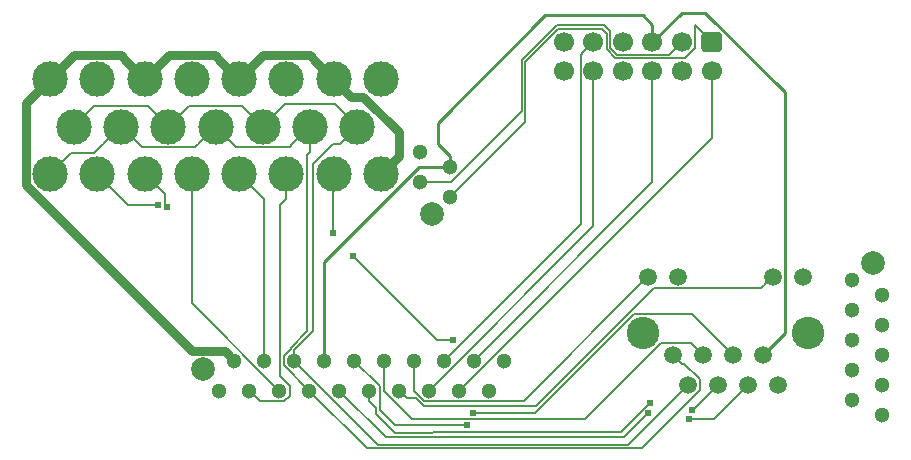
<source format=gtl>
G04 #@! TF.GenerationSoftware,KiCad,Pcbnew,5.0.2-bee76a0~70~ubuntu18.04.1*
G04 #@! TF.CreationDate,2019-05-02T23:38:40-04:00*
G04 #@! TF.ProjectId,DR_InterfaceBoard,44525f49-6e74-4657-9266-616365426f61,rev?*
G04 #@! TF.SameCoordinates,Original*
G04 #@! TF.FileFunction,Copper,L1,Top*
G04 #@! TF.FilePolarity,Positive*
%FSLAX46Y46*%
G04 Gerber Fmt 4.6, Leading zero omitted, Abs format (unit mm)*
G04 Created by KiCad (PCBNEW 5.0.2-bee76a0~70~ubuntu18.04.1) date Thu 02 May 2019 11:38:40 PM EDT*
%MOMM*%
%LPD*%
G01*
G04 APERTURE LIST*
G04 #@! TA.AperFunction,ComponentPad*
%ADD10C,3.000000*%
G04 #@! TD*
G04 #@! TA.AperFunction,ComponentPad*
%ADD11C,2.000000*%
G04 #@! TD*
G04 #@! TA.AperFunction,ComponentPad*
%ADD12C,1.300000*%
G04 #@! TD*
G04 #@! TA.AperFunction,ComponentPad*
%ADD13C,1.500000*%
G04 #@! TD*
G04 #@! TA.AperFunction,ComponentPad*
%ADD14C,2.750000*%
G04 #@! TD*
G04 #@! TA.AperFunction,Conductor*
%ADD15C,0.100000*%
G04 #@! TD*
G04 #@! TA.AperFunction,ComponentPad*
%ADD16C,1.700000*%
G04 #@! TD*
G04 #@! TA.AperFunction,ViaPad*
%ADD17C,0.609600*%
G04 #@! TD*
G04 #@! TA.AperFunction,Conductor*
%ADD18C,0.254000*%
G04 #@! TD*
G04 #@! TA.AperFunction,Conductor*
%ADD19C,0.152400*%
G04 #@! TD*
G04 #@! TA.AperFunction,Conductor*
%ADD20C,0.762000*%
G04 #@! TD*
G04 APERTURE END LIST*
D10*
G04 #@! TO.P,J4,23*
G04 #@! TO.N,/CANL*
X49066000Y-53157000D03*
G04 #@! TO.P,J4,17*
G04 #@! TO.N,/RTD_LSD*
X73066000Y-53157000D03*
G04 #@! TO.P,J4,18*
G04 #@! TO.N,/STR_POT+*
X69066000Y-53157000D03*
G04 #@! TO.P,J4,19*
G04 #@! TO.N,/STR_POT_SENSE*
X65066000Y-53157000D03*
G04 #@! TO.P,J4,20*
G04 #@! TO.N,/STR_POT-*
X61066000Y-53157000D03*
G04 #@! TO.P,J4,21*
G04 #@! TO.N,/SCL*
X57066000Y-53157000D03*
G04 #@! TO.P,J4,22*
G04 #@! TO.N,/SDA*
X53066000Y-53157000D03*
G04 #@! TO.P,J4,10*
G04 #@! TO.N,/CANL*
X71066000Y-49157000D03*
G04 #@! TO.P,J4,11*
G04 #@! TO.N,/CANH*
X67066000Y-49157000D03*
G04 #@! TO.P,J4,13*
X59066000Y-49157000D03*
G04 #@! TO.P,J4,12*
G04 #@! TO.N,/CANL*
X63066000Y-49157000D03*
G04 #@! TO.P,J4,14*
X55066000Y-49157000D03*
G04 #@! TO.P,J4,15*
G04 #@! TO.N,/CANH*
X51066000Y-49157000D03*
G04 #@! TO.P,J4,8*
G04 #@! TO.N,+12V*
X49066000Y-45157000D03*
G04 #@! TO.P,J4,7*
G04 #@! TO.N,GND*
X53066000Y-45157000D03*
G04 #@! TO.P,J4,6*
G04 #@! TO.N,+12V*
X57066000Y-45157000D03*
G04 #@! TO.P,J4,4*
X65066000Y-45157000D03*
G04 #@! TO.P,J4,5*
G04 #@! TO.N,GND*
X61066000Y-45157000D03*
G04 #@! TO.P,J4,3*
X69066000Y-45157000D03*
G04 #@! TO.P,J4,2*
G04 #@! TO.N,+12V*
X73066000Y-45157000D03*
G04 #@! TO.P,J4,16*
X77066000Y-53157000D03*
G04 #@! TO.P,J4,9*
G04 #@! TO.N,/CANH*
X75066000Y-49157000D03*
G04 #@! TO.P,J4,1*
G04 #@! TO.N,GND*
X77066000Y-45157000D03*
G04 #@! TD*
D11*
G04 #@! TO.P,J1,11*
G04 #@! TO.N,N/C*
X118767000Y-60703000D03*
D12*
G04 #@! TO.P,J1,10*
G04 #@! TO.N,Net-(J1-Pad10)*
X119507000Y-73533000D03*
G04 #@! TO.P,J1,9*
G04 #@! TO.N,Net-(J1-Pad9)*
X116967000Y-72263000D03*
G04 #@! TO.P,J1,8*
G04 #@! TO.N,Net-(J1-Pad8)*
X119507000Y-70993000D03*
G04 #@! TO.P,J1,6*
G04 #@! TO.N,Net-(J1-Pad6)*
X119507000Y-68453000D03*
G04 #@! TO.P,J1,4*
G04 #@! TO.N,Net-(J1-Pad4)*
X119507000Y-65913000D03*
G04 #@! TO.P,J1,2*
G04 #@! TO.N,Net-(J1-Pad2)*
X119507000Y-63373000D03*
G04 #@! TO.P,J1,7*
G04 #@! TO.N,Net-(J1-Pad7)*
X116967000Y-69723000D03*
G04 #@! TO.P,J1,1*
G04 #@! TO.N,Net-(J1-Pad1)*
X116967000Y-62103000D03*
G04 #@! TO.P,J1,3*
G04 #@! TO.N,Net-(J1-Pad3)*
X116967000Y-64643000D03*
G04 #@! TO.P,J1,5*
G04 #@! TO.N,Net-(J1-Pad5)*
X116967000Y-67183000D03*
G04 #@! TD*
D11*
G04 #@! TO.P,J2,21*
G04 #@! TO.N,N/C*
X61973000Y-69701000D03*
D12*
G04 #@! TO.P,J2,20*
G04 #@! TO.N,Net-(J2-Pad20)*
X87503000Y-68961000D03*
G04 #@! TO.P,J2,19*
G04 #@! TO.N,/RTD_LSD*
X86233000Y-71501000D03*
G04 #@! TO.P,J2,18*
G04 #@! TO.N,/START_BTN*
X84963000Y-68961000D03*
G04 #@! TO.P,J2,17*
G04 #@! TO.N,/IMD_LED*
X83693000Y-71501000D03*
G04 #@! TO.P,J2,16*
G04 #@! TO.N,/BMS_LED*
X82423000Y-68961000D03*
G04 #@! TO.P,J2,15*
G04 #@! TO.N,/START_LED*
X81153000Y-71501000D03*
G04 #@! TO.P,J2,14*
G04 #@! TO.N,/RJ45_LED2*
X79883000Y-68961000D03*
G04 #@! TO.P,J2,13*
G04 #@! TO.N,/RJ45_LED1*
X78613000Y-71501000D03*
G04 #@! TO.P,J2,12*
G04 #@! TO.N,/RESET*
X77343000Y-68961000D03*
G04 #@! TO.P,J2,11*
G04 #@! TO.N,/SCK*
X76073000Y-71501000D03*
G04 #@! TO.P,J2,10*
G04 #@! TO.N,/MISO*
X74803000Y-68961000D03*
G04 #@! TO.P,J2,9*
G04 #@! TO.N,/MOSI*
X73533000Y-71501000D03*
G04 #@! TO.P,J2,8*
G04 #@! TO.N,+5V*
X72263000Y-68961000D03*
G04 #@! TO.P,J2,6*
G04 #@! TO.N,/CANH*
X69723000Y-68961000D03*
G04 #@! TO.P,J2,4*
G04 #@! TO.N,/STR_POT_SENSE*
X67183000Y-68961000D03*
G04 #@! TO.P,J2,2*
G04 #@! TO.N,+12V*
X64643000Y-68961000D03*
G04 #@! TO.P,J2,7*
G04 #@! TO.N,/CANL*
X70993000Y-71501000D03*
G04 #@! TO.P,J2,1*
G04 #@! TO.N,GND*
X63373000Y-71501000D03*
G04 #@! TO.P,J2,3*
G04 #@! TO.N,/STR_POT+*
X65913000Y-71501000D03*
G04 #@! TO.P,J2,5*
G04 #@! TO.N,/STR_POT-*
X68453000Y-71501000D03*
G04 #@! TD*
D11*
G04 #@! TO.P,J3,5*
G04 #@! TO.N,N/C*
X81431000Y-56518000D03*
D12*
G04 #@! TO.P,J3,4*
G04 #@! TO.N,GND*
X80391000Y-51308000D03*
G04 #@! TO.P,J3,2*
G04 #@! TO.N,/SDA*
X80391000Y-53848000D03*
G04 #@! TO.P,J3,1*
G04 #@! TO.N,/SCL*
X82931000Y-55118000D03*
G04 #@! TO.P,J3,3*
G04 #@! TO.N,+5V*
X82931000Y-52578000D03*
G04 #@! TD*
D13*
G04 #@! TO.P,U1,12*
G04 #@! TO.N,/RJ45_LED2*
X99695000Y-61849000D03*
G04 #@! TO.P,U1,11*
G04 #@! TO.N,GND*
X102235000Y-61849000D03*
G04 #@! TO.P,U1,9*
X112795000Y-61849000D03*
G04 #@! TO.P,U1,10*
G04 #@! TO.N,/RJ45_LED1*
X110255000Y-61849000D03*
G04 #@! TO.P,U1,1*
G04 #@! TO.N,/CANL*
X101795000Y-68479000D03*
G04 #@! TO.P,U1,3*
G04 #@! TO.N,/RESET*
X104335000Y-68479000D03*
G04 #@! TO.P,U1,5*
G04 #@! TO.N,/MISO*
X106875000Y-68479000D03*
G04 #@! TO.P,U1,7*
G04 #@! TO.N,+5V*
X109415000Y-68479000D03*
G04 #@! TO.P,U1,2*
G04 #@! TO.N,/CANH*
X103065000Y-71019000D03*
G04 #@! TO.P,U1,4*
G04 #@! TO.N,/SCK*
X105605000Y-71019000D03*
G04 #@! TO.P,U1,6*
G04 #@! TO.N,/MOSI*
X108145000Y-71019000D03*
G04 #@! TO.P,U1,8*
G04 #@! TO.N,GND*
X110685000Y-71019000D03*
D14*
G04 #@! TO.P,U1,13*
X99295000Y-66599000D03*
G04 #@! TO.P,U1,14*
X113195000Y-66599000D03*
G04 #@! TD*
D15*
G04 #@! TO.N,/SCL*
G04 #@! TO.C,J5*
G36*
X105680504Y-41131204D02*
X105704773Y-41134804D01*
X105728571Y-41140765D01*
X105751671Y-41149030D01*
X105773849Y-41159520D01*
X105794893Y-41172133D01*
X105814598Y-41186747D01*
X105832777Y-41203223D01*
X105849253Y-41221402D01*
X105863867Y-41241107D01*
X105876480Y-41262151D01*
X105886970Y-41284329D01*
X105895235Y-41307429D01*
X105901196Y-41331227D01*
X105904796Y-41355496D01*
X105906000Y-41380000D01*
X105906000Y-42580000D01*
X105904796Y-42604504D01*
X105901196Y-42628773D01*
X105895235Y-42652571D01*
X105886970Y-42675671D01*
X105876480Y-42697849D01*
X105863867Y-42718893D01*
X105849253Y-42738598D01*
X105832777Y-42756777D01*
X105814598Y-42773253D01*
X105794893Y-42787867D01*
X105773849Y-42800480D01*
X105751671Y-42810970D01*
X105728571Y-42819235D01*
X105704773Y-42825196D01*
X105680504Y-42828796D01*
X105656000Y-42830000D01*
X104456000Y-42830000D01*
X104431496Y-42828796D01*
X104407227Y-42825196D01*
X104383429Y-42819235D01*
X104360329Y-42810970D01*
X104338151Y-42800480D01*
X104317107Y-42787867D01*
X104297402Y-42773253D01*
X104279223Y-42756777D01*
X104262747Y-42738598D01*
X104248133Y-42718893D01*
X104235520Y-42697849D01*
X104225030Y-42675671D01*
X104216765Y-42652571D01*
X104210804Y-42628773D01*
X104207204Y-42604504D01*
X104206000Y-42580000D01*
X104206000Y-41380000D01*
X104207204Y-41355496D01*
X104210804Y-41331227D01*
X104216765Y-41307429D01*
X104225030Y-41284329D01*
X104235520Y-41262151D01*
X104248133Y-41241107D01*
X104262747Y-41221402D01*
X104279223Y-41203223D01*
X104297402Y-41186747D01*
X104317107Y-41172133D01*
X104338151Y-41159520D01*
X104360329Y-41149030D01*
X104383429Y-41140765D01*
X104407227Y-41134804D01*
X104431496Y-41131204D01*
X104456000Y-41130000D01*
X105656000Y-41130000D01*
X105680504Y-41131204D01*
X105680504Y-41131204D01*
G37*
D16*
G04 #@! TD*
G04 #@! TO.P,J5,1*
G04 #@! TO.N,/SCL*
X105056000Y-41980000D03*
G04 #@! TO.P,J5,2*
G04 #@! TO.N,/SDA*
X102556000Y-41980000D03*
G04 #@! TO.P,J5,3*
G04 #@! TO.N,+5V*
X100056000Y-41980000D03*
G04 #@! TO.P,J5,4*
G04 #@! TO.N,GND*
X97556000Y-41980000D03*
G04 #@! TO.P,J5,5*
G04 #@! TO.N,/BMS_LED*
X95056000Y-41980000D03*
G04 #@! TO.P,J5,6*
G04 #@! TO.N,GND*
X92556000Y-41980000D03*
G04 #@! TO.P,J5,7*
G04 #@! TO.N,/IMD_LED*
X105056000Y-44480000D03*
G04 #@! TO.P,J5,8*
G04 #@! TO.N,GND*
X102556000Y-44480000D03*
G04 #@! TO.P,J5,9*
G04 #@! TO.N,/START_BTN*
X100056000Y-44480000D03*
G04 #@! TO.P,J5,10*
G04 #@! TO.N,GND*
X97556000Y-44480000D03*
G04 #@! TO.P,J5,11*
G04 #@! TO.N,/START_LED*
X95056000Y-44480000D03*
G04 #@! TO.P,J5,12*
G04 #@! TO.N,GND*
X92556000Y-44480000D03*
G04 #@! TD*
D17*
G04 #@! TO.N,/RTD_LSD*
X74676000Y-60071000D03*
X83185000Y-67183000D03*
X73025000Y-58166000D03*
G04 #@! TO.N,/SCK*
X103378000Y-73152000D03*
X99822000Y-72517000D03*
G04 #@! TO.N,/MISO*
X84328000Y-74447400D03*
X84836000Y-73380600D03*
G04 #@! TO.N,/MOSI*
X99695000Y-73406000D03*
X103124000Y-73914000D03*
G04 #@! TO.N,/SDA*
X58166000Y-55753000D03*
G04 #@! TO.N,/SCL*
X58928003Y-55981601D03*
G04 #@! TD*
D18*
G04 #@! TO.N,/RTD_LSD*
X73066000Y-58125000D02*
X73025000Y-58166000D01*
D19*
X73025000Y-53198000D02*
X73066000Y-53157000D01*
X73025000Y-58166000D02*
X73025000Y-53198000D01*
X81788000Y-67183000D02*
X83185000Y-67183000D01*
X74676000Y-60071000D02*
X81788000Y-67183000D01*
G04 #@! TO.N,/IMD_LED*
X105056000Y-50138000D02*
X105056000Y-44480000D01*
X83693000Y-71501000D02*
X105056000Y-50138000D01*
G04 #@! TO.N,/BMS_LED*
X94206001Y-42829999D02*
X95056000Y-41980000D01*
X93977399Y-43058601D02*
X94206001Y-42829999D01*
X93977399Y-57406601D02*
X93977399Y-43058601D01*
X82423000Y-68961000D02*
X93977399Y-57406601D01*
G04 #@! TO.N,/START_BTN*
X100056000Y-53868000D02*
X100056000Y-44480000D01*
X84963000Y-68961000D02*
X100056000Y-53868000D01*
G04 #@! TO.N,/START_LED*
X95056000Y-57598000D02*
X95056000Y-44480000D01*
X81153000Y-71501000D02*
X95056000Y-57598000D01*
G04 #@! TO.N,/RJ45_LED2*
X98945001Y-62598999D02*
X99695000Y-61849000D01*
X89164399Y-72379601D02*
X98945001Y-62598999D01*
X80731271Y-72379601D02*
X89164399Y-72379601D01*
X79883000Y-71531330D02*
X80731271Y-72379601D01*
X79883000Y-68961000D02*
X79883000Y-71531330D01*
G04 #@! TO.N,/RJ45_LED1*
X80071603Y-72150999D02*
X80691604Y-72771000D01*
X78613000Y-71501000D02*
X79262999Y-72150999D01*
X79262999Y-72150999D02*
X80071603Y-72150999D01*
X109505001Y-62598999D02*
X110255000Y-61849000D01*
X109276399Y-62827601D02*
X109505001Y-62598999D01*
X100164729Y-62827601D02*
X109276399Y-62827601D01*
X90221330Y-72771000D02*
X100164729Y-62827601D01*
X80691604Y-72771000D02*
X90221330Y-72771000D01*
G04 #@! TO.N,/RESET*
X77343000Y-69880238D02*
X77343000Y-68961000D01*
X104335000Y-68479000D02*
X103356399Y-67500399D01*
X79725670Y-73914000D02*
X77343000Y-71531330D01*
X94353330Y-73914000D02*
X79725670Y-73914000D01*
X103356399Y-67500399D02*
X100766931Y-67500399D01*
X100766931Y-67500399D02*
X94353330Y-73914000D01*
X77343000Y-71531330D02*
X77343000Y-69880238D01*
G04 #@! TO.N,/SCK*
X105605000Y-71019000D02*
X103472000Y-73152000D01*
X103472000Y-73152000D02*
X103378000Y-73152000D01*
X76646791Y-72994029D02*
X76646791Y-73471791D01*
X76073000Y-71501000D02*
X76073000Y-72420238D01*
X76073000Y-72420238D02*
X76646791Y-72994029D01*
X76646791Y-73471791D02*
X78232000Y-75057000D01*
X97358199Y-74980801D02*
X97790000Y-74549000D01*
X81407000Y-75057000D02*
X81483199Y-74980801D01*
X81483199Y-74980801D02*
X97358199Y-74980801D01*
X78232000Y-75057000D02*
X81407000Y-75057000D01*
X99822000Y-72517000D02*
X97790000Y-74549000D01*
X97790000Y-74549000D02*
X97663000Y-74676000D01*
G04 #@! TO.N,/MISO*
X76951601Y-71109601D02*
X76951601Y-73141601D01*
X74803000Y-68961000D02*
X76951601Y-71109601D01*
X76951601Y-73141601D02*
X78257400Y-74447400D01*
X78257400Y-74447400D02*
X84328000Y-74447400D01*
X103391399Y-64995399D02*
X106875000Y-68479000D01*
X98525271Y-64995399D02*
X103391399Y-64995399D01*
X90140070Y-73380600D02*
X98525271Y-64995399D01*
X84836000Y-73380600D02*
X90140070Y-73380600D01*
G04 #@! TO.N,/MOSI*
X105250000Y-73914000D02*
X108145000Y-71019000D01*
X103124000Y-73914000D02*
X105250000Y-73914000D01*
X98425000Y-74676000D02*
X99695000Y-73406000D01*
X97663000Y-75438000D02*
X98425000Y-74676000D01*
X77470000Y-75438000D02*
X97663000Y-75438000D01*
X73533000Y-71501000D02*
X77470000Y-75438000D01*
D18*
G04 #@! TO.N,+5V*
X82011762Y-52578000D02*
X82931000Y-52578000D01*
X80285486Y-52578000D02*
X82011762Y-52578000D01*
X72263000Y-60600486D02*
X80285486Y-52578000D01*
X72263000Y-68961000D02*
X72263000Y-60600486D01*
X100056000Y-40777919D02*
X100056000Y-41980000D01*
X100056000Y-40514486D02*
X100056000Y-40777919D01*
X99252113Y-39710599D02*
X100056000Y-40514486D01*
X90989887Y-39710599D02*
X99252113Y-39710599D01*
X82931000Y-51658762D02*
X81861599Y-50589361D01*
X81861599Y-48838887D02*
X90989887Y-39710599D01*
X81861599Y-50589361D02*
X81861599Y-48838887D01*
X82931000Y-52578000D02*
X82931000Y-51658762D01*
X111284401Y-66609599D02*
X110164999Y-67729001D01*
X111284401Y-46259701D02*
X111284401Y-66609599D01*
X104521700Y-39497000D02*
X111284401Y-46259701D01*
X102539000Y-39497000D02*
X104521700Y-39497000D01*
X110164999Y-67729001D02*
X109415000Y-68479000D01*
X100056000Y-41980000D02*
X102539000Y-39497000D01*
D19*
G04 #@! TO.N,/CANH*
X57566001Y-47657001D02*
X59066000Y-49157000D01*
X57337399Y-47428399D02*
X57566001Y-47657001D01*
X52794601Y-47428399D02*
X57337399Y-47428399D01*
X51066000Y-49157000D02*
X52794601Y-47428399D01*
X65566001Y-47657001D02*
X67066000Y-49157000D01*
X65337399Y-47428399D02*
X65566001Y-47657001D01*
X60794601Y-47428399D02*
X65337399Y-47428399D01*
X59066000Y-49157000D02*
X60794601Y-47428399D01*
X73566001Y-47657001D02*
X75066000Y-49157000D01*
X73175609Y-47266609D02*
X73566001Y-47657001D01*
X68956391Y-47266609D02*
X73175609Y-47266609D01*
X67066000Y-49157000D02*
X68956391Y-47266609D01*
X73566001Y-50656999D02*
X75066000Y-49157000D01*
X73007671Y-50656999D02*
X73566001Y-50656999D01*
X71337399Y-52327271D02*
X73007671Y-50656999D01*
X71337399Y-66427363D02*
X71337399Y-52327271D01*
X69723000Y-68041762D02*
X71337399Y-66427363D01*
X69723000Y-68961000D02*
X69723000Y-68041762D01*
X69723000Y-68961000D02*
X76835000Y-76073000D01*
X98011000Y-76073000D02*
X103065000Y-71019000D01*
X76835000Y-76073000D02*
X98011000Y-76073000D01*
G04 #@! TO.N,/STR_POT_SENSE*
X67183000Y-55274000D02*
X65066000Y-53157000D01*
X67183000Y-68961000D02*
X67183000Y-55274000D01*
D20*
G04 #@! TO.N,+12V*
X55032599Y-43123599D02*
X55566001Y-43657001D01*
X55566001Y-43657001D02*
X57066000Y-45157000D01*
X51099401Y-43123599D02*
X55032599Y-43123599D01*
X49066000Y-45157000D02*
X51099401Y-43123599D01*
X63566001Y-43657001D02*
X65066000Y-45157000D01*
X63032599Y-43123599D02*
X63566001Y-43657001D01*
X59099401Y-43123599D02*
X63032599Y-43123599D01*
X57066000Y-45157000D02*
X59099401Y-43123599D01*
X71566001Y-43657001D02*
X73066000Y-45157000D01*
X71032599Y-43123599D02*
X71566001Y-43657001D01*
X67099401Y-43123599D02*
X71032599Y-43123599D01*
X65066000Y-45157000D02*
X67099401Y-43123599D01*
X78565999Y-51657001D02*
X77066000Y-53157000D01*
X78565999Y-49647565D02*
X78565999Y-51657001D01*
X75575433Y-46656999D02*
X78565999Y-49647565D01*
X74565999Y-46656999D02*
X75575433Y-46656999D01*
X73066000Y-45157000D02*
X74565999Y-46656999D01*
X61067165Y-68167599D02*
X63849599Y-68167599D01*
X63993001Y-68311001D02*
X64643000Y-68961000D01*
X63849599Y-68167599D02*
X63993001Y-68311001D01*
X47032599Y-54133033D02*
X61067165Y-68167599D01*
X47032599Y-47190401D02*
X47032599Y-54133033D01*
X49066000Y-45157000D02*
X47032599Y-47190401D01*
D19*
G04 #@! TO.N,/CANL*
X53566001Y-50656999D02*
X55066000Y-49157000D01*
X52794601Y-51428399D02*
X53566001Y-50656999D01*
X50794601Y-51428399D02*
X52794601Y-51428399D01*
X49066000Y-53157000D02*
X50794601Y-51428399D01*
X61566001Y-50656999D02*
X63066000Y-49157000D01*
X61337399Y-50885601D02*
X61566001Y-50656999D01*
X56794601Y-50885601D02*
X61337399Y-50885601D01*
X55066000Y-49157000D02*
X56794601Y-50885601D01*
X69566001Y-50656999D02*
X71066000Y-49157000D01*
X69337399Y-50885601D02*
X69566001Y-50656999D01*
X63066000Y-49157000D02*
X64794601Y-50885601D01*
X64794601Y-50885601D02*
X69337399Y-50885601D01*
X68844399Y-69352399D02*
X70993000Y-71501000D01*
X68844399Y-68569601D02*
X68844399Y-69352399D01*
X71066000Y-49157000D02*
X71066000Y-51278320D01*
X71066000Y-51278320D02*
X70794601Y-51549719D01*
X70794601Y-66492399D02*
X69418190Y-67868810D01*
X70794601Y-51549719D02*
X70794601Y-66492399D01*
X69418190Y-67868810D02*
X69418190Y-67995810D01*
X69418190Y-67995810D02*
X68844399Y-68569601D01*
X102544999Y-69228999D02*
X101795000Y-68479000D01*
X102723329Y-69228999D02*
X102544999Y-69228999D01*
X104043601Y-70549271D02*
X102723329Y-69228999D01*
X104043601Y-71488729D02*
X104043601Y-70549271D01*
X99154520Y-76377810D02*
X104043601Y-71488729D01*
X75869810Y-76377810D02*
X99154520Y-76377810D01*
X70993000Y-71501000D02*
X75869810Y-76377810D01*
G04 #@! TO.N,/STR_POT+*
X66562999Y-72150999D02*
X65913000Y-71501000D01*
X66791601Y-72379601D02*
X66562999Y-72150999D01*
X68874729Y-72379601D02*
X66791601Y-72379601D01*
X69331601Y-71922729D02*
X68874729Y-72379601D01*
X69331601Y-71079271D02*
X69331601Y-71922729D01*
X68539589Y-70287259D02*
X69331601Y-71079271D01*
X68539589Y-55804731D02*
X68539589Y-70287259D01*
X69066000Y-55278320D02*
X68539589Y-55804731D01*
X69066000Y-53157000D02*
X69066000Y-55278320D01*
G04 #@! TO.N,/STR_POT-*
X61066000Y-64114000D02*
X61066000Y-53157000D01*
X68453000Y-71501000D02*
X61066000Y-64114000D01*
G04 #@! TO.N,/SDA*
X53066000Y-53157000D02*
X55662000Y-55753000D01*
X55662000Y-55753000D02*
X58166000Y-55753000D01*
X96477399Y-42497729D02*
X97038271Y-43058601D01*
X96477399Y-41021000D02*
X96477399Y-42497729D01*
X97038271Y-43058601D02*
X101477399Y-43058601D01*
X80391000Y-53848000D02*
X82961330Y-53848000D01*
X82961330Y-53848000D02*
X88976191Y-47833139D01*
X88976191Y-47833139D02*
X88976191Y-43532413D01*
X88976191Y-43532413D02*
X91995604Y-40513000D01*
X91995604Y-40513000D02*
X95969399Y-40513000D01*
X101477399Y-43058601D02*
X102556000Y-41980000D01*
X95969399Y-40513000D02*
X96477399Y-41021000D01*
G04 #@! TO.N,/SCL*
X57066000Y-53157000D02*
X58801000Y-54892000D01*
X58801000Y-55854598D02*
X58928003Y-55981601D01*
X58801000Y-55499000D02*
X58801000Y-55854598D01*
X58801000Y-54892000D02*
X58801000Y-55499000D01*
X96172589Y-42623985D02*
X96172589Y-41308589D01*
X102768920Y-43363410D02*
X96912014Y-43363410D01*
X105056000Y-41980000D02*
X103634601Y-40558601D01*
X96912014Y-43363410D02*
X96172589Y-42623985D01*
X103634601Y-42497729D02*
X102768920Y-43363410D01*
X103634601Y-40558601D02*
X103634601Y-42497729D01*
X92038271Y-40901399D02*
X89281000Y-43658670D01*
X96172589Y-41308589D02*
X95765399Y-40901399D01*
X95765399Y-40901399D02*
X92038271Y-40901399D01*
X89281000Y-48768000D02*
X82931000Y-55118000D01*
X89281000Y-43658670D02*
X89281000Y-48768000D01*
G04 #@! TD*
M02*

</source>
